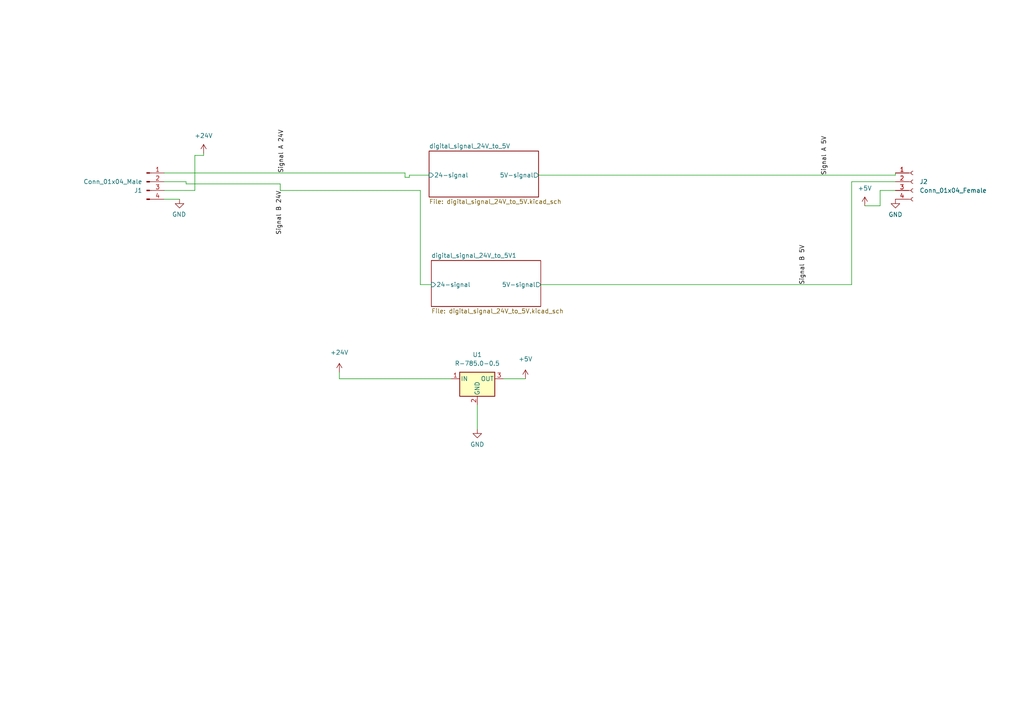
<source format=kicad_sch>
(kicad_sch (version 20211123) (generator eeschema)
  (paper "A4")
  (lib_symbols
    (symbol "Connector:Conn_01x04_Female" (pin_names (offset 1.016) hide)
      (property "Reference" "J" (at 0 5.08 0))
      (property "Value" "Conn_01x04_Female" (at 0 -7.62 0))
      (symbol "Conn_01x04_Female_1_1"
        (arc (start 0 -4.572) (mid -0.508 -5.08) (end 0 -5.588) (stroke (width 0.1524)))
        (arc (start 0 -2.032) (mid -0.508 -2.54) (end 0 -3.048) (stroke (width 0.1524)))
        (polyline (pts (xy -1.27 -5.08) (xy -0.508 -5.08)) (stroke (width 0.1524)))
        (polyline (pts (xy -1.27 -2.54) (xy -0.508 -2.54)) (stroke (width 0.1524)))
        (polyline (pts (xy -1.27 0) (xy -0.508 0)) (stroke (width 0.1524)))
        (polyline (pts (xy -1.27 2.54) (xy -0.508 2.54)) (stroke (width 0.1524)))
        (arc (start 0 0.508) (mid -0.508 0) (end 0 -0.508) (stroke (width 0.1524)))
        (arc (start 0 3.048) (mid -0.508 2.54) (end 0 2.032) (stroke (width 0.1524)))
        (pin passive line (at -5.08 2.54 0) (length 3.81) (name "Pin_1") (number "1"))
        (pin passive line (at -5.08 0 0) (length 3.81) (name "Pin_2") (number "2"))
        (pin passive line (at -5.08 -2.54 0) (length 3.81) (name "Pin_3") (number "3"))
        (pin passive line (at -5.08 -5.08 0) (length 3.81) (name "Pin_4") (number "4"))
      )
    )
    (symbol "Connector:Conn_01x04_Male" (pin_names (offset 1.016) hide)
      (property "Reference" "J1" (at -1.27 -2.5401 0))
      (property "Value" "Conn_01x04_Male" (at -1.27 -0.0001 0))
      (symbol "Conn_01x04_Male_1_1"
        (polyline (pts (xy 1.27 -5.08) (xy 0.8636 -5.08)) (stroke (width 0.1524)))
        (polyline (pts (xy 1.27 -2.54) (xy 0.8636 -2.54)) (stroke (width 0.1524)))
        (polyline (pts (xy 1.27 0) (xy 0.8636 0)) (stroke (width 0.1524)))
        (polyline (pts (xy 1.27 2.54) (xy 0.8636 2.54)) (stroke (width 0.1524)))
        (rectangle (start 0.8636 -4.953) (end 0 -5.207) (stroke (width 0.1524)) (fill (type outline)))
        (rectangle (start 0.8636 -2.413) (end 0 -2.667) (stroke (width 0.1524)) (fill (type outline)))
        (rectangle (start 0.8636 0.127) (end 0 -0.127) (stroke (width 0.1524)) (fill (type outline)))
        (rectangle (start 0.8636 2.667) (end 0 2.413) (stroke (width 0.1524)) (fill (type outline)))
        (pin passive line (at 5.08 2.54 180) (length 3.81) (name "Pin_1") (number "1"))
        (pin passive line (at 5.08 0 180) (length 3.81) (name "Pin_2") (number "2"))
        (pin output line (at 5.08 -2.54 180) (length 3.81) (name "Pin_3") (number "3"))
        (pin output line (at 5.08 -5.08 180) (length 3.81) (name "Pin_4") (number "4"))
      )
    )
    (symbol "Regulator_Switching:R-785.0-0.5" (pin_names (offset 0.254))
      (property "Reference" "U" (at -3.81 3.175 0))
      (property "Value" "R-785.0-0.5" (at 0 3.175 0))
      (symbol "R-785.0-0.5_0_1"
        (rectangle (start -5.08 1.905) (end 5.08 -5.08) (stroke (width 0.254)) (fill (type background)))
      )
      (symbol "R-785.0-0.5_1_1"
        (pin power_in line (at -7.62 0 0) (length 2.54) (name "IN") (number "1"))
        (pin power_in line (at 0 -7.62 90) (length 2.54) (name "GND") (number "2"))
        (pin power_out line (at 7.62 0 180) (length 2.54) (name "OUT") (number "3"))
      )
    )
    (symbol "power:+24V" (power) (pin_names (offset 0))
      (property "Value" "+24V" (at 0 3.556 0))
      (symbol "+24V_0_1"
        (polyline (pts (xy -0.762 1.27) (xy 0 2.54)))
        (polyline (pts (xy 0 0) (xy 0 2.54)))
        (polyline (pts (xy 0 2.54) (xy 0.762 1.27)))
      )
      (symbol "+24V_1_1"
        (pin power_in line (at 0 0 90) (length 0) hide (name "+24V") (number "1"))
      )
    )
    (symbol "power:+5V" (power) (pin_names (offset 0))
      (property "Value" "+5V" (at 0 3.556 0))
      (symbol "+5V_0_1"
        (polyline (pts (xy -0.762 1.27) (xy 0 2.54)))
        (polyline (pts (xy 0 0) (xy 0 2.54)))
        (polyline (pts (xy 0 2.54) (xy 0.762 1.27)))
      )
      (symbol "+5V_1_1"
        (pin power_in line (at 0 0 90) (length 0) hide (name "+5V") (number "1"))
      )
    )
    (symbol "power:GND" (power) (pin_names (offset 0))
      (property "Value" "GND" (at 0 -3.81 0))
      (symbol "GND_0_1"
        (polyline (pts (xy 0 0) (xy 0 -1.27) (xy 1.27 -1.27) (xy 0 -2.54) (xy -1.27 -1.27) (xy 0 -1.27)))
      )
      (symbol "GND_1_1"
        (pin power_in line (at 0 0 270) (length 0) hide (name "GND") (number "1"))
      )
    )
  )
  (wire (pts (xy 56.515 55.245) (xy 56.515 45.085)))
  (wire (pts (xy 255.27 59.69) (xy 255.27 55.245)))
  (wire (pts (xy 81.28 53.34) (xy 81.28 55.245)))
  (wire (pts (xy 117.475 51.435) (xy 118.745 51.435)))
  (wire (pts (xy 56.515 45.085) (xy 59.055 45.085)))
  (wire (pts (xy 52.07 57.785) (xy 47.625 57.785)))
  (wire (pts (xy 255.27 55.245) (xy 259.715 55.245)))
  (wire (pts (xy 81.28 55.245) (xy 121.92 55.245)))
  (wire (pts (xy 156.845 82.55) (xy 247.015 82.55)))
  (wire (pts (xy 53.975 53.34) (xy 81.28 53.34)))
  (wire (pts (xy 259.715 50.165) (xy 259.715 50.8)))
  (wire (pts (xy 247.015 52.705) (xy 259.715 52.705)))
  (wire (pts (xy 121.92 82.55) (xy 125.095 82.55)))
  (wire (pts (xy 98.425 109.855) (xy 98.425 107.95)))
  (wire (pts (xy 146.05 109.855) (xy 152.4 109.855)))
  (wire (pts (xy 53.975 52.705) (xy 53.975 53.34)))
  (wire (pts (xy 121.92 55.245) (xy 121.92 82.55)))
  (wire (pts (xy 250.825 59.69) (xy 255.27 59.69)))
  (wire (pts (xy 156.21 50.8) (xy 259.715 50.8)))
  (wire (pts (xy 124.46 50.8) (xy 118.745 50.8)))
  (wire (pts (xy 138.43 124.46) (xy 138.43 117.475)))
  (wire (pts (xy 118.745 50.8) (xy 118.745 51.435)))
  (wire (pts (xy 98.425 109.855) (xy 130.81 109.855)))
  (wire (pts (xy 47.625 55.245) (xy 56.515 55.245)))
  (wire (pts (xy 47.625 52.705) (xy 53.975 52.705)))
  (wire (pts (xy 47.625 50.165) (xy 117.475 50.165)))
  (wire (pts (xy 247.015 82.55) (xy 247.015 52.705)))
  (wire (pts (xy 117.475 50.165) (xy 117.475 51.435)))
  (wire (pts (xy 59.055 45.085) (xy 59.055 44.45)))
  (label "Signal A 5V" (at 240.03 50.8 90))
  (label "Signal B 24V" (at 81.915 55.245 270))
  (label "Signal B 5V" (at 233.68 82.55 90))
  (label "Signal A 24V" (at 82.55 50.165 90))
  (symbol (lib_id "power:+5V") (at 152.4 109.855 0) (unit 1)
    (property "Reference" "#PWR0103" (effects hide))
    (property "Value" "+5V" (at 152.4 104.14 0))
  )
  (symbol (lib_id "power:+5V") (at 250.825 59.69 0) (unit 1)
    (property "Reference" "#PWR0105" (effects hide))
    (property "Value" "+5V" (at 250.825 54.61 0))
  )
  (symbol (lib_id "power:+24V") (at 98.425 107.95 0) (unit 1)
    (property "Reference" "#PWR0102" (effects hide))
    (property "Value" "+24V" (at 98.425 102.235 0))
  )
  (symbol (lib_id "Regulator_Switching:R-785.0-0.5") (at 138.43 109.855 0) (unit 1)
    (property "Reference" "U1" (at 138.43 102.87 0))
    (property "Value" "R-785.0-0.5" (at 138.43 105.41 0))
    (property "Footprint" "Converter_DCDC:Converter_DCDC_RECOM_R-78E-0.5_THT" (effects hide))
    (property "Datasheet" "https://www.recom-power.com/pdf/Innoline/R-78xx-0.5.pdf" (effects hide))
  )
  (symbol (lib_id "power:+24V") (at 59.055 44.45 0) (unit 1)
    (property "Reference" "#PWR0107" (effects hide))
    (property "Value" "+24V" (at 59.055 39.37 0))
  )
  (symbol (lib_id "Connector:Conn_01x04_Male") (at 42.545 52.705 0) (unit 1)
    (property "Reference" "J1" (at 41.275 55.2451 0) (effects (justify right)))
    (property "Value" "Conn_01x04_Male" (at 41.275 52.7051 0) (effects (justify right)))
  )
  (symbol (lib_id "power:GND") (at 138.43 124.46 0) (unit 1)
    (property "Reference" "#PWR0104" (effects hide))
    (property "Value" "GND" (at 138.43 128.905 0))
  )
  (symbol (lib_id "Connector:Conn_01x04_Female") (at 264.795 52.705 0) (unit 1)
    (property "Reference" "J2" (at 266.7 52.7049 0) (effects (justify left)))
    (property "Value" "Conn_01x04_Female" (at 266.7 55.2449 0) (effects (justify left)))
  )
  (symbol (lib_id "power:GND") (at 259.715 57.785 0) (unit 1)
    (property "Reference" "#PWR0101" (effects hide))
    (property "Value" "GND" (at 259.715 62.23 0))
  )
  (symbol (lib_id "power:GND") (at 52.07 57.785 0) (mirror y) (unit 1)
    (property "Reference" "#PWR0106" (effects hide))
    (property "Value" "GND" (at 51.943 62.1792 0))
  )
  (sheet (at 124.46 43.815) (size 31.75 13.335) (stroke (width 0.1524))
    (property "Sheet name" "digital_signal_24V_to_5V" (at 124.46 43.1034 0) (effects (justify left bottom)))
    (property "Sheet file" "digital_signal_24V_to_5V.kicad_sch" (at 124.46 57.7346 0) (effects (justify left top)))
    (pin "24-signal" input (at 124.46 50.8 180))
    (pin "5V-signal" output (at 156.21 50.8 0))
  )
  (sheet (at 125.095 75.565) (size 31.75 13.335) (stroke (width 0.1524))
    (property "Sheet name" "digital_signal_24V_to_5V1" (at 125.095 74.8534 0) (effects (justify left bottom)))
    (property "Sheet file" "digital_signal_24V_to_5V.kicad_sch" (at 125.095 89.4846 0) (effects (justify left top)))
    (pin "24-signal" input (at 125.095 82.55 180))
    (pin "5V-signal" output (at 156.845 82.55 0))
  )
)
</source>
